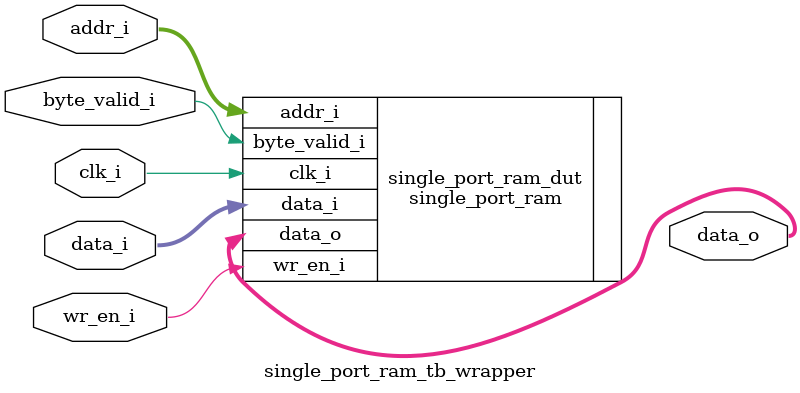
<source format=sv>
`timescale 1ns / 1ps

module single_port_ram_tb_wrapper #
(
  parameter unsigned DATA_WIDTH = 8,
  parameter unsigned ADDR_WIDTH = 8,
  
  parameter          IS_OUT_LATENCY = "false",  //"true", "false"

  parameter          INIT_FILE  = "ram_init.mem",

  localparam integer BYTE_VALID_WIDTH = DATA_WIDTH / 8
)
(
  input  logic                            clk_i,

  input  logic                            wr_en_i,

  input  logic [DATA_WIDTH - 1 : 0]       data_i,
  input  logic [BYTE_VALID_WIDTH - 1 : 0] byte_valid_i,
  input  logic [ADDR_WIDTH - 1 : 0]       addr_i,

  output logic [DATA_WIDTH - 1 : 0]       data_o
);

  single_port_ram #
  (
    .DATA_WIDTH      (DATA_WIDTH   ),
    .ADDR_WIDTH     (ADDR_WIDTH    ),

    .IS_OUT_LATENCY (IS_OUT_LATENCY),

    .INIT_FILE      (INIT_FILE     )
  )
  single_port_ram_dut (
    .clk_i        (clk_i       ),
    
    .wr_en_i      (wr_en_i     ),

    .data_i       (data_i      ),
    .addr_i       (addr_i      ),
    .byte_valid_i (byte_valid_i),

    .data_o       (data_o      )
  );

  initial begin
    $dumpfile("dump.vcd");
    $dumpvars(1, single_port_ram_tb_wrapper);
  end

endmodule

</source>
